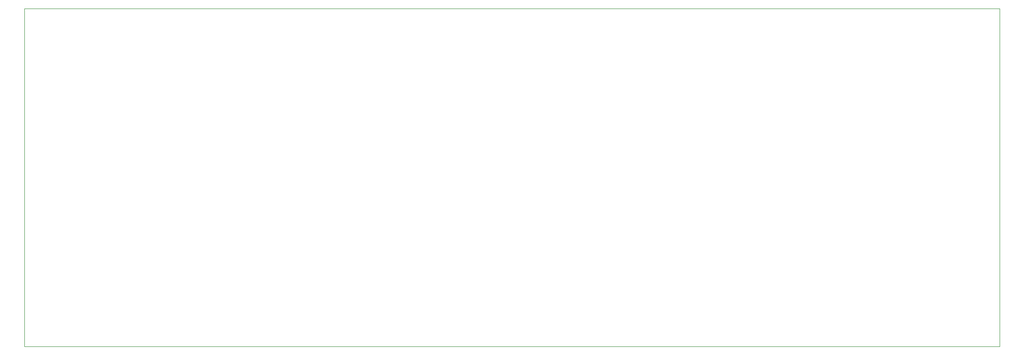
<source format=gm1>
G04 #@! TF.GenerationSoftware,KiCad,Pcbnew,7.0.11+dfsg-1*
G04 #@! TF.CreationDate,2024-03-19T11:49:13-04:00*
G04 #@! TF.ProjectId,base,62617365-2e6b-4696-9361-645f70636258,rev?*
G04 #@! TF.SameCoordinates,Original*
G04 #@! TF.FileFunction,Profile,NP*
%FSLAX46Y46*%
G04 Gerber Fmt 4.6, Leading zero omitted, Abs format (unit mm)*
G04 Created by KiCad (PCBNEW 7.0.11+dfsg-1) date 2024-03-19 11:49:13*
%MOMM*%
%LPD*%
G01*
G04 APERTURE LIST*
G04 #@! TA.AperFunction,Profile*
%ADD10C,0.050000*%
G04 #@! TD*
G04 APERTURE END LIST*
D10*
X50800000Y-63500000D02*
X233680000Y-63500000D01*
X233680000Y-127000000D01*
X50800000Y-127000000D01*
X50800000Y-63500000D01*
M02*

</source>
